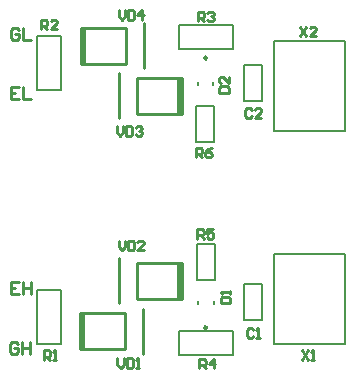
<source format=gbr>
%TF.GenerationSoftware,Altium Limited,Altium Designer,24.7.2 (38)*%
G04 Layer_Color=65535*
%FSLAX43Y43*%
%MOMM*%
%TF.SameCoordinates,E959DE18-6F16-491B-AE1F-B8F7C51A02EC*%
%TF.FilePolarity,Positive*%
%TF.FileFunction,Legend,Top*%
%TF.Part,Single*%
G01*
G75*
%TA.AperFunction,NonConductor*%
%ADD21C,0.250*%
%ADD22C,0.200*%
%ADD23C,0.254*%
%ADD24R,0.381X3.048*%
D21*
X14700Y-11600D02*
G03*
X14700Y-11600I-125J0D01*
G01*
X14725Y11225D02*
G03*
X14725Y11225I-125J0D01*
G01*
D22*
X15362Y-7539D02*
Y-4491D01*
X13838D02*
X15362D01*
X13838Y-7539D02*
X15362D01*
X13838D02*
Y-4491D01*
X12364Y11959D02*
X16936D01*
Y13991D01*
X12364Y11959D02*
Y13991D01*
X16936D01*
X13763Y4151D02*
Y7199D01*
Y4151D02*
X15287D01*
X13763Y7199D02*
X15287D01*
Y4151D02*
Y7199D01*
X17863Y7551D02*
Y10599D01*
Y7551D02*
X19387D01*
X17863Y10599D02*
X19387D01*
Y7551D02*
Y10599D01*
X12314Y-13916D02*
X16886D01*
Y-11884D01*
X12314Y-13916D02*
Y-11884D01*
X16886D01*
X17863Y-10924D02*
Y-7876D01*
Y-10924D02*
X19387D01*
X17863Y-7876D02*
X19387D01*
Y-10924D02*
Y-7876D01*
X334Y-12986D02*
Y-8414D01*
Y-12986D02*
X2366D01*
X334Y-8414D02*
X2366D01*
Y-12986D02*
Y-8414D01*
Y8514D02*
Y13086D01*
X334D02*
X2366D01*
X334Y8514D02*
X2366D01*
X334D02*
Y13086D01*
X20350Y-5375D02*
X26350D01*
X20350Y-13000D02*
X26350D01*
Y-5375D01*
X20350Y-13000D02*
Y-5375D01*
X20350Y12676D02*
X26350D01*
X20350Y5051D02*
X26350D01*
Y12676D01*
X20350Y5051D02*
Y12676D01*
X13925Y-9575D02*
Y-9325D01*
X15275Y-9575D02*
Y-9325D01*
X15250Y8950D02*
Y9200D01*
X13900Y8950D02*
Y9200D01*
D23*
X7216Y-9519D02*
Y-5709D01*
X12296Y-9138D02*
Y-6090D01*
X8740Y-9138D02*
Y-6090D01*
X12550Y-9138D02*
Y-6090D01*
X8740D02*
X12550D01*
X8740Y-9138D02*
X12550D01*
X9284Y-13805D02*
Y-9995D01*
X4204Y-13424D02*
Y-10376D01*
X7760Y-13424D02*
Y-10376D01*
X3950Y-13424D02*
Y-10376D01*
Y-13424D02*
X7760D01*
X3950Y-10376D02*
X7760D01*
X7216Y6120D02*
Y9930D01*
X12296Y6501D02*
Y9549D01*
X8740Y6501D02*
Y9549D01*
X12550Y6501D02*
Y9549D01*
X8740D02*
X12550D01*
X8740Y6501D02*
X12550D01*
X9384Y10345D02*
Y14155D01*
X4304Y10726D02*
Y13774D01*
X7860Y10726D02*
Y13774D01*
X4050Y10726D02*
Y13774D01*
Y10726D02*
X7860D01*
X4050Y13774D02*
X7860D01*
X13934Y14350D02*
Y15150D01*
X14333D01*
X14467Y15017D01*
Y14750D01*
X14333Y14617D01*
X13934D01*
X14200D02*
X14467Y14350D01*
X14733Y15017D02*
X14867Y15150D01*
X15133D01*
X15266Y15017D01*
Y14883D01*
X15133Y14750D01*
X15000D01*
X15133D01*
X15266Y14617D01*
Y14483D01*
X15133Y14350D01*
X14867D01*
X14733Y14483D01*
X13896Y-4065D02*
Y-3265D01*
X14296D01*
X14429Y-3398D01*
Y-3665D01*
X14296Y-3798D01*
X13896D01*
X14162D02*
X14429Y-4065D01*
X15229Y-3265D02*
X14696D01*
Y-3665D01*
X14962Y-3532D01*
X15095D01*
X15229Y-3665D01*
Y-3932D01*
X15095Y-4065D01*
X14829D01*
X14696Y-3932D01*
X22584Y13875D02*
X23117Y13075D01*
Y13875D02*
X22584Y13075D01*
X23916D02*
X23383D01*
X23916Y13608D01*
Y13742D01*
X23783Y13875D01*
X23517D01*
X23383Y13742D01*
X22717Y-13505D02*
X23250Y-14305D01*
Y-13505D02*
X22717Y-14305D01*
X23517D02*
X23783D01*
X23650D01*
Y-13505D01*
X23517Y-13638D01*
X15750Y8291D02*
X16550D01*
Y8691D01*
X16417Y8824D01*
X15883D01*
X15750Y8691D01*
Y8291D01*
X16550Y9624D02*
Y9090D01*
X16017Y9624D01*
X15883D01*
X15750Y9490D01*
Y9224D01*
X15883Y9090D01*
X15850Y-9533D02*
X16650D01*
Y-9133D01*
X16517Y-9000D01*
X15983D01*
X15850Y-9133D01*
Y-9533D01*
X16650Y-8733D02*
Y-8467D01*
Y-8600D01*
X15850D01*
X15983Y-8733D01*
X7209Y15275D02*
Y14742D01*
X7475Y14475D01*
X7742Y14742D01*
Y15275D01*
X8008D02*
Y14475D01*
X8408D01*
X8542Y14608D01*
Y15142D01*
X8408Y15275D01*
X8008D01*
X9208Y14475D02*
Y15275D01*
X8808Y14875D01*
X9341D01*
X7059Y5450D02*
Y4917D01*
X7325Y4650D01*
X7592Y4917D01*
Y5450D01*
X7858D02*
Y4650D01*
X8258D01*
X8392Y4783D01*
Y5317D01*
X8258Y5450D01*
X7858D01*
X8658Y5317D02*
X8791Y5450D01*
X9058D01*
X9191Y5317D01*
Y5183D01*
X9058Y5050D01*
X8925D01*
X9058D01*
X9191Y4917D01*
Y4783D01*
X9058Y4650D01*
X8791D01*
X8658Y4783D01*
X7209Y-4239D02*
Y-4772D01*
X7475Y-5038D01*
X7742Y-4772D01*
Y-4239D01*
X8008D02*
Y-5038D01*
X8408D01*
X8542Y-4905D01*
Y-4372D01*
X8408Y-4239D01*
X8008D01*
X9341Y-5038D02*
X8808D01*
X9341Y-4505D01*
Y-4372D01*
X9208Y-4239D01*
X8941D01*
X8808Y-4372D01*
X7117Y-14200D02*
Y-14733D01*
X7384Y-15000D01*
X7650Y-14733D01*
Y-14200D01*
X7917D02*
Y-15000D01*
X8317D01*
X8450Y-14867D01*
Y-14333D01*
X8317Y-14200D01*
X7917D01*
X8716Y-15000D02*
X8983D01*
X8850D01*
Y-14200D01*
X8716Y-14333D01*
X13759Y2825D02*
Y3625D01*
X14158D01*
X14292Y3492D01*
Y3225D01*
X14158Y3092D01*
X13759D01*
X14025D02*
X14292Y2825D01*
X15091Y3625D02*
X14825Y3492D01*
X14558Y3225D01*
Y2958D01*
X14692Y2825D01*
X14958D01*
X15091Y2958D01*
Y3092D01*
X14958Y3225D01*
X14558D01*
X18492Y6817D02*
X18358Y6950D01*
X18092D01*
X17959Y6817D01*
Y6283D01*
X18092Y6150D01*
X18358D01*
X18492Y6283D01*
X19291Y6150D02*
X18758D01*
X19291Y6683D01*
Y6817D01*
X19158Y6950D01*
X18892D01*
X18758Y6817D01*
X18625Y-11797D02*
X18492Y-11664D01*
X18225D01*
X18092Y-11797D01*
Y-12330D01*
X18225Y-12463D01*
X18492D01*
X18625Y-12330D01*
X18892Y-12463D02*
X19158D01*
X19025D01*
Y-11664D01*
X18892Y-11797D01*
X659Y13675D02*
Y14475D01*
X1058D01*
X1192Y14342D01*
Y14075D01*
X1058Y13942D01*
X659D01*
X925D02*
X1192Y13675D01*
X1991D02*
X1458D01*
X1991Y14208D01*
Y14342D01*
X1858Y14475D01*
X1592D01*
X1458Y14342D01*
X14058Y-15061D02*
Y-14262D01*
X14458D01*
X14592Y-14395D01*
Y-14661D01*
X14458Y-14795D01*
X14058D01*
X14325D02*
X14592Y-15061D01*
X15258D02*
Y-14262D01*
X14858Y-14661D01*
X15391D01*
X892Y-14325D02*
Y-13525D01*
X1292D01*
X1425Y-13658D01*
Y-13925D01*
X1292Y-14058D01*
X892D01*
X1158D02*
X1425Y-14325D01*
X1692D02*
X1958D01*
X1825D01*
Y-13525D01*
X1692Y-13658D01*
X-1192Y13583D02*
X-1358Y13750D01*
X-1691D01*
X-1858Y13583D01*
Y12917D01*
X-1691Y12750D01*
X-1358D01*
X-1192Y12917D01*
Y13250D01*
X-1525D01*
X-858Y13750D02*
Y12750D01*
X-192D01*
X-1317Y-12967D02*
X-1483Y-12800D01*
X-1816D01*
X-1983Y-12967D01*
Y-13633D01*
X-1816Y-13800D01*
X-1483D01*
X-1317Y-13633D01*
Y-13300D01*
X-1650D01*
X-983Y-12800D02*
Y-13800D01*
Y-13300D01*
X-317D01*
Y-12800D01*
Y-13800D01*
X-1192Y8775D02*
X-1858D01*
Y7775D01*
X-1192D01*
X-1858Y8275D02*
X-1525D01*
X-858Y8775D02*
Y7775D01*
X-192D01*
X-1242Y-7750D02*
X-1908D01*
Y-8750D01*
X-1242D01*
X-1908Y-8250D02*
X-1575D01*
X-908Y-7750D02*
Y-8750D01*
Y-8250D01*
X-242D01*
Y-7750D01*
Y-8750D01*
D24*
X12359Y-7613D02*
D03*
X4141Y-11900D02*
D03*
X12360Y8025D02*
D03*
X4240Y12250D02*
D03*
%TF.MD5,7fa1ff2663ca985144cb9f10f089c2ab*%
M02*

</source>
